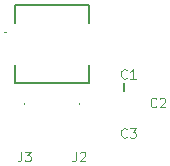
<source format=gbr>
%TF.GenerationSoftware,KiCad,Pcbnew,8.0.2-1*%
%TF.CreationDate,2024-08-19T11:26:23+02:00*%
%TF.ProjectId,PUMA_PCB_REV2,50554d41-5f50-4434-925f-524556322e6b,rev?*%
%TF.SameCoordinates,Original*%
%TF.FileFunction,Legend,Top*%
%TF.FilePolarity,Positive*%
%FSLAX46Y46*%
G04 Gerber Fmt 4.6, Leading zero omitted, Abs format (unit mm)*
G04 Created by KiCad (PCBNEW 8.0.2-1) date 2024-08-19 11:26:23*
%MOMM*%
%LPD*%
G01*
G04 APERTURE LIST*
%ADD10C,0.120000*%
%ADD11C,0.200000*%
%ADD12C,0.100000*%
G04 APERTURE END LIST*
D10*
X108866667Y-92711132D02*
X108828571Y-92749228D01*
X108828571Y-92749228D02*
X108714286Y-92787323D01*
X108714286Y-92787323D02*
X108638095Y-92787323D01*
X108638095Y-92787323D02*
X108523809Y-92749228D01*
X108523809Y-92749228D02*
X108447619Y-92673037D01*
X108447619Y-92673037D02*
X108409524Y-92596847D01*
X108409524Y-92596847D02*
X108371428Y-92444466D01*
X108371428Y-92444466D02*
X108371428Y-92330180D01*
X108371428Y-92330180D02*
X108409524Y-92177799D01*
X108409524Y-92177799D02*
X108447619Y-92101608D01*
X108447619Y-92101608D02*
X108523809Y-92025418D01*
X108523809Y-92025418D02*
X108638095Y-91987323D01*
X108638095Y-91987323D02*
X108714286Y-91987323D01*
X108714286Y-91987323D02*
X108828571Y-92025418D01*
X108828571Y-92025418D02*
X108866667Y-92063513D01*
X109171428Y-92063513D02*
X109209524Y-92025418D01*
X109209524Y-92025418D02*
X109285714Y-91987323D01*
X109285714Y-91987323D02*
X109476190Y-91987323D01*
X109476190Y-91987323D02*
X109552381Y-92025418D01*
X109552381Y-92025418D02*
X109590476Y-92063513D01*
X109590476Y-92063513D02*
X109628571Y-92139704D01*
X109628571Y-92139704D02*
X109628571Y-92215894D01*
X109628571Y-92215894D02*
X109590476Y-92330180D01*
X109590476Y-92330180D02*
X109133333Y-92787323D01*
X109133333Y-92787323D02*
X109628571Y-92787323D01*
X106366667Y-95287664D02*
X106328571Y-95325760D01*
X106328571Y-95325760D02*
X106214286Y-95363855D01*
X106214286Y-95363855D02*
X106138095Y-95363855D01*
X106138095Y-95363855D02*
X106023809Y-95325760D01*
X106023809Y-95325760D02*
X105947619Y-95249569D01*
X105947619Y-95249569D02*
X105909524Y-95173379D01*
X105909524Y-95173379D02*
X105871428Y-95020998D01*
X105871428Y-95020998D02*
X105871428Y-94906712D01*
X105871428Y-94906712D02*
X105909524Y-94754331D01*
X105909524Y-94754331D02*
X105947619Y-94678140D01*
X105947619Y-94678140D02*
X106023809Y-94601950D01*
X106023809Y-94601950D02*
X106138095Y-94563855D01*
X106138095Y-94563855D02*
X106214286Y-94563855D01*
X106214286Y-94563855D02*
X106328571Y-94601950D01*
X106328571Y-94601950D02*
X106366667Y-94640045D01*
X106633333Y-94563855D02*
X107128571Y-94563855D01*
X107128571Y-94563855D02*
X106861905Y-94868617D01*
X106861905Y-94868617D02*
X106976190Y-94868617D01*
X106976190Y-94868617D02*
X107052381Y-94906712D01*
X107052381Y-94906712D02*
X107090476Y-94944807D01*
X107090476Y-94944807D02*
X107128571Y-95020998D01*
X107128571Y-95020998D02*
X107128571Y-95211474D01*
X107128571Y-95211474D02*
X107090476Y-95287664D01*
X107090476Y-95287664D02*
X107052381Y-95325760D01*
X107052381Y-95325760D02*
X106976190Y-95363855D01*
X106976190Y-95363855D02*
X106747619Y-95363855D01*
X106747619Y-95363855D02*
X106671428Y-95325760D01*
X106671428Y-95325760D02*
X106633333Y-95287664D01*
X106366667Y-90287664D02*
X106328571Y-90325760D01*
X106328571Y-90325760D02*
X106214286Y-90363855D01*
X106214286Y-90363855D02*
X106138095Y-90363855D01*
X106138095Y-90363855D02*
X106023809Y-90325760D01*
X106023809Y-90325760D02*
X105947619Y-90249569D01*
X105947619Y-90249569D02*
X105909524Y-90173379D01*
X105909524Y-90173379D02*
X105871428Y-90020998D01*
X105871428Y-90020998D02*
X105871428Y-89906712D01*
X105871428Y-89906712D02*
X105909524Y-89754331D01*
X105909524Y-89754331D02*
X105947619Y-89678140D01*
X105947619Y-89678140D02*
X106023809Y-89601950D01*
X106023809Y-89601950D02*
X106138095Y-89563855D01*
X106138095Y-89563855D02*
X106214286Y-89563855D01*
X106214286Y-89563855D02*
X106328571Y-89601950D01*
X106328571Y-89601950D02*
X106366667Y-89640045D01*
X107128571Y-90363855D02*
X106671428Y-90363855D01*
X106900000Y-90363855D02*
X106900000Y-89563855D01*
X106900000Y-89563855D02*
X106823809Y-89678140D01*
X106823809Y-89678140D02*
X106747619Y-89754331D01*
X106747619Y-89754331D02*
X106671428Y-89792426D01*
X102064143Y-96563855D02*
X102064143Y-97135283D01*
X102064143Y-97135283D02*
X102026048Y-97249569D01*
X102026048Y-97249569D02*
X101949857Y-97325760D01*
X101949857Y-97325760D02*
X101835572Y-97363855D01*
X101835572Y-97363855D02*
X101759381Y-97363855D01*
X102407000Y-96640045D02*
X102445096Y-96601950D01*
X102445096Y-96601950D02*
X102521286Y-96563855D01*
X102521286Y-96563855D02*
X102711762Y-96563855D01*
X102711762Y-96563855D02*
X102787953Y-96601950D01*
X102787953Y-96601950D02*
X102826048Y-96640045D01*
X102826048Y-96640045D02*
X102864143Y-96716236D01*
X102864143Y-96716236D02*
X102864143Y-96792426D01*
X102864143Y-96792426D02*
X102826048Y-96906712D01*
X102826048Y-96906712D02*
X102368905Y-97363855D01*
X102368905Y-97363855D02*
X102864143Y-97363855D01*
X97413337Y-96563855D02*
X97413337Y-97135283D01*
X97413337Y-97135283D02*
X97375242Y-97249569D01*
X97375242Y-97249569D02*
X97299051Y-97325760D01*
X97299051Y-97325760D02*
X97184766Y-97363855D01*
X97184766Y-97363855D02*
X97108575Y-97363855D01*
X97718099Y-96563855D02*
X98213337Y-96563855D01*
X98213337Y-96563855D02*
X97946671Y-96868617D01*
X97946671Y-96868617D02*
X98060956Y-96868617D01*
X98060956Y-96868617D02*
X98137147Y-96906712D01*
X98137147Y-96906712D02*
X98175242Y-96944807D01*
X98175242Y-96944807D02*
X98213337Y-97020998D01*
X98213337Y-97020998D02*
X98213337Y-97211474D01*
X98213337Y-97211474D02*
X98175242Y-97287664D01*
X98175242Y-97287664D02*
X98137147Y-97325760D01*
X98137147Y-97325760D02*
X98060956Y-97363855D01*
X98060956Y-97363855D02*
X97832385Y-97363855D01*
X97832385Y-97363855D02*
X97756194Y-97325760D01*
X97756194Y-97325760D02*
X97718099Y-97287664D01*
D11*
%TO.C,C1*%
X106161307Y-91370020D02*
X106161307Y-90770020D01*
D12*
%TO.C,J2*%
X102330810Y-92407298D02*
X102330810Y-92407298D01*
X102330810Y-92507298D02*
X102330810Y-92507298D01*
X102330810Y-92407298D02*
G75*
G02*
X102330810Y-92507298I0J-50000D01*
G01*
X102330810Y-92507298D02*
G75*
G02*
X102330810Y-92407298I0J50000D01*
G01*
%TO.C,J1*%
X96019149Y-86426877D02*
X96019149Y-86426877D01*
X96119149Y-86426877D02*
X96119149Y-86426877D01*
D11*
X96869149Y-84101877D02*
X103169149Y-84101877D01*
X96869149Y-85626877D02*
X96869149Y-84101877D01*
X96869149Y-89226877D02*
X96869149Y-90751877D01*
X96869149Y-90751877D02*
X103169149Y-90751877D01*
X103169149Y-84101877D02*
X103169149Y-85626877D01*
X103169149Y-90751877D02*
X103169149Y-89226877D01*
D12*
X96019149Y-86426877D02*
G75*
G02*
X96119149Y-86426877I50000J0D01*
G01*
X96119149Y-86426877D02*
G75*
G02*
X96019149Y-86426877I-50000J0D01*
G01*
%TO.C,J3*%
X97680004Y-92407298D02*
X97680004Y-92407298D01*
X97680004Y-92507298D02*
X97680004Y-92507298D01*
X97680004Y-92407298D02*
G75*
G02*
X97680004Y-92507298I0J-50000D01*
G01*
X97680004Y-92507298D02*
G75*
G02*
X97680004Y-92407298I0J50000D01*
G01*
%TD*%
M02*

</source>
